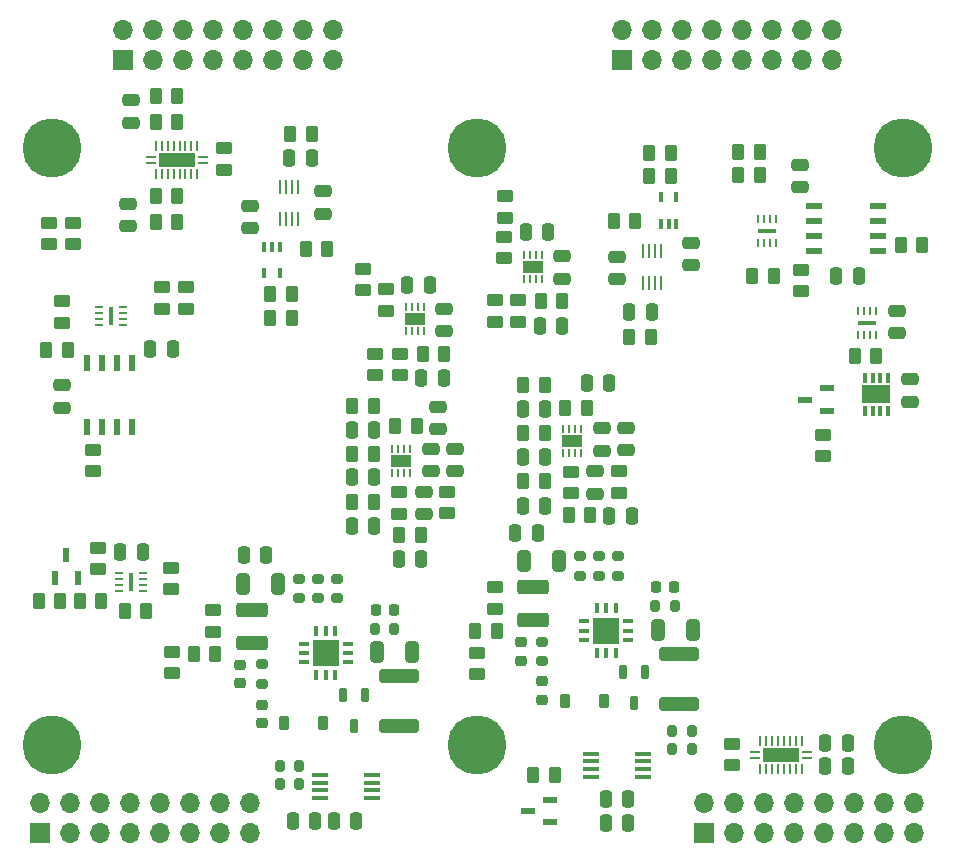
<source format=gbr>
%TF.GenerationSoftware,KiCad,Pcbnew,7.0.11*%
%TF.CreationDate,2024-12-11T15:28:39-03:00*%
%TF.ProjectId,Placa_DetectorParticulas,506c6163-615f-4446-9574-6563746f7250,rev?*%
%TF.SameCoordinates,Original*%
%TF.FileFunction,Soldermask,Bot*%
%TF.FilePolarity,Negative*%
%FSLAX46Y46*%
G04 Gerber Fmt 4.6, Leading zero omitted, Abs format (unit mm)*
G04 Created by KiCad (PCBNEW 7.0.11) date 2024-12-11 15:28:39*
%MOMM*%
%LPD*%
G01*
G04 APERTURE LIST*
G04 Aperture macros list*
%AMRoundRect*
0 Rectangle with rounded corners*
0 $1 Rounding radius*
0 $2 $3 $4 $5 $6 $7 $8 $9 X,Y pos of 4 corners*
0 Add a 4 corners polygon primitive as box body*
4,1,4,$2,$3,$4,$5,$6,$7,$8,$9,$2,$3,0*
0 Add four circle primitives for the rounded corners*
1,1,$1+$1,$2,$3*
1,1,$1+$1,$4,$5*
1,1,$1+$1,$6,$7*
1,1,$1+$1,$8,$9*
0 Add four rect primitives between the rounded corners*
20,1,$1+$1,$2,$3,$4,$5,0*
20,1,$1+$1,$4,$5,$6,$7,0*
20,1,$1+$1,$6,$7,$8,$9,0*
20,1,$1+$1,$8,$9,$2,$3,0*%
G04 Aperture macros list end*
%ADD10R,1.700000X1.700000*%
%ADD11O,1.700000X1.700000*%
%ADD12C,5.000000*%
%ADD13RoundRect,0.162500X-0.162500X0.447500X-0.162500X-0.447500X0.162500X-0.447500X0.162500X0.447500X0*%
%ADD14RoundRect,0.250000X-0.262500X-0.450000X0.262500X-0.450000X0.262500X0.450000X-0.262500X0.450000X0*%
%ADD15RoundRect,0.200000X-0.275000X0.200000X-0.275000X-0.200000X0.275000X-0.200000X0.275000X0.200000X0*%
%ADD16RoundRect,0.250000X0.450000X-0.262500X0.450000X0.262500X-0.450000X0.262500X-0.450000X-0.262500X0*%
%ADD17R,1.327899X0.431000*%
%ADD18RoundRect,0.250000X-0.325000X-0.650000X0.325000X-0.650000X0.325000X0.650000X-0.325000X0.650000X0*%
%ADD19RoundRect,0.250000X-0.475000X0.250000X-0.475000X-0.250000X0.475000X-0.250000X0.475000X0.250000X0*%
%ADD20RoundRect,0.250000X0.262500X0.450000X-0.262500X0.450000X-0.262500X-0.450000X0.262500X-0.450000X0*%
%ADD21RoundRect,0.250000X-0.450000X0.262500X-0.450000X-0.262500X0.450000X-0.262500X0.450000X0.262500X0*%
%ADD22RoundRect,0.250000X-0.250000X-0.475000X0.250000X-0.475000X0.250000X0.475000X-0.250000X0.475000X0*%
%ADD23RoundRect,0.225000X-0.225000X-0.375000X0.225000X-0.375000X0.225000X0.375000X-0.225000X0.375000X0*%
%ADD24RoundRect,0.225000X-0.225000X-0.250000X0.225000X-0.250000X0.225000X0.250000X-0.225000X0.250000X0*%
%ADD25RoundRect,0.250000X0.250000X0.475000X-0.250000X0.475000X-0.250000X-0.475000X0.250000X-0.475000X0*%
%ADD26R,1.311200X0.560800*%
%ADD27RoundRect,0.250000X1.075000X-0.375000X1.075000X0.375000X-1.075000X0.375000X-1.075000X-0.375000X0*%
%ADD28R,0.807999X0.254800*%
%ADD29R,0.254800X0.807999*%
%ADD30R,3.149600X1.143000*%
%ADD31R,0.960399X0.305600*%
%ADD32R,0.305600X0.960399*%
%ADD33R,2.260600X2.260600*%
%ADD34R,0.254000X0.711200*%
%ADD35R,1.701800X0.990600*%
%ADD36R,0.304800X0.863600*%
%ADD37R,2.413000X1.600200*%
%ADD38RoundRect,0.225000X-0.250000X0.225000X-0.250000X-0.225000X0.250000X-0.225000X0.250000X0.225000X0*%
%ADD39R,0.304800X0.845299*%
%ADD40RoundRect,0.200000X0.275000X-0.200000X0.275000X0.200000X-0.275000X0.200000X-0.275000X-0.200000X0*%
%ADD41R,0.736600X0.254000*%
%ADD42R,0.457200X1.600200*%
%ADD43RoundRect,0.200000X-0.200000X-0.275000X0.200000X-0.275000X0.200000X0.275000X-0.200000X0.275000X0*%
%ADD44R,0.254000X0.660400*%
%ADD45R,0.279400X1.207999*%
%ADD46R,0.254000X0.736600*%
%ADD47R,1.600200X0.457200*%
%ADD48RoundRect,0.250000X0.325000X0.650000X-0.325000X0.650000X-0.325000X-0.650000X0.325000X-0.650000X0*%
%ADD49R,1.299999X0.570000*%
%ADD50RoundRect,0.250000X0.475000X-0.250000X0.475000X0.250000X-0.475000X0.250000X-0.475000X-0.250000X0*%
%ADD51RoundRect,0.250000X-1.450000X0.312500X-1.450000X-0.312500X1.450000X-0.312500X1.450000X0.312500X0*%
%ADD52R,0.558000X1.454899*%
%ADD53R,1.454899X0.558000*%
%ADD54RoundRect,0.200000X0.200000X0.275000X-0.200000X0.275000X-0.200000X-0.275000X0.200000X-0.275000X0*%
%ADD55R,0.570000X1.299999*%
G04 APERTURE END LIST*
D10*
%TO.C,J4*%
X109220000Y-138000000D03*
D11*
X109220000Y-135460000D03*
X111760000Y-138000000D03*
X111760000Y-135460000D03*
X114300000Y-138000000D03*
X114300000Y-135460000D03*
X116840000Y-138000000D03*
X116840000Y-135460000D03*
X119380000Y-138000000D03*
X119380000Y-135460000D03*
X121920000Y-138000000D03*
X121920000Y-135460000D03*
X124460000Y-138000000D03*
X124460000Y-135460000D03*
X127000000Y-138000000D03*
X127000000Y-135460000D03*
%TD*%
D10*
%TO.C,J2*%
X60000000Y-72540000D03*
D11*
X60000000Y-70000000D03*
X62540000Y-72540000D03*
X62540000Y-70000000D03*
X65080000Y-72540000D03*
X65080000Y-70000000D03*
X67620000Y-72540000D03*
X67620000Y-70000000D03*
X70160000Y-72540000D03*
X70160000Y-70000000D03*
X72700000Y-72540000D03*
X72700000Y-70000000D03*
X75240000Y-72540000D03*
X75240000Y-70000000D03*
X77780000Y-72540000D03*
X77780000Y-70000000D03*
%TD*%
D12*
%TO.C,U17*%
X54000000Y-80000000D03*
X90000000Y-80000000D03*
X126000000Y-80000000D03*
X54000000Y-130500000D03*
X90000000Y-130500000D03*
X126000000Y-130500000D03*
%TD*%
D10*
%TO.C,J1*%
X53000000Y-138000000D03*
D11*
X53000000Y-135460000D03*
X55540000Y-138000000D03*
X55540000Y-135460000D03*
X58080000Y-138000000D03*
X58080000Y-135460000D03*
X60620000Y-138000000D03*
X60620000Y-135460000D03*
X63160000Y-138000000D03*
X63160000Y-135460000D03*
X65700000Y-138000000D03*
X65700000Y-135460000D03*
X68240000Y-138000000D03*
X68240000Y-135460000D03*
X70780000Y-138000000D03*
X70780000Y-135460000D03*
%TD*%
D10*
%TO.C,J3*%
X102220000Y-72540000D03*
D11*
X102220000Y-70000000D03*
X104760000Y-72540000D03*
X104760000Y-70000000D03*
X107300000Y-72540000D03*
X107300000Y-70000000D03*
X109840000Y-72540000D03*
X109840000Y-70000000D03*
X112380000Y-72540000D03*
X112380000Y-70000000D03*
X114920000Y-72540000D03*
X114920000Y-70000000D03*
X117460000Y-72540000D03*
X117460000Y-70000000D03*
X120000000Y-72540000D03*
X120000000Y-70000000D03*
%TD*%
D13*
%TO.C,Q2*%
X102325000Y-124355000D03*
X104225000Y-124355000D03*
X103275000Y-126975000D03*
%TD*%
D14*
%TO.C,R32*%
X121937498Y-97568000D03*
X123762498Y-97568000D03*
%TD*%
D15*
%TO.C,R43*%
X76525000Y-116425000D03*
X76525000Y-118075000D03*
%TD*%
D16*
%TO.C,R28*%
X93450000Y-94662500D03*
X93450000Y-92837500D03*
%TD*%
D17*
%TO.C,U26*%
X76650000Y-135000000D03*
X76650000Y-134350002D03*
X76650000Y-133700000D03*
X76650000Y-133050002D03*
X81076696Y-133050002D03*
X81076696Y-133700000D03*
X81076696Y-134350002D03*
X81076696Y-135000000D03*
%TD*%
D18*
%TO.C,C37*%
X93925000Y-114975000D03*
X96875000Y-114975000D03*
%TD*%
D19*
%TO.C,C19*%
X87150001Y-93571700D03*
X87150001Y-95471700D03*
%TD*%
D20*
%TO.C,R77*%
X96562500Y-133100000D03*
X94737500Y-133100000D03*
%TD*%
D21*
%TO.C,R57*%
X63314674Y-91759400D03*
X63314674Y-93584400D03*
%TD*%
D16*
%TO.C,R66*%
X92300000Y-85862500D03*
X92300000Y-84037500D03*
%TD*%
D22*
%TO.C,C55*%
X100850000Y-137100000D03*
X102750000Y-137100000D03*
%TD*%
D23*
%TO.C,D2*%
X97375000Y-126775000D03*
X100675000Y-126775000D03*
%TD*%
D16*
%TO.C,R61*%
X117375000Y-92112500D03*
X117375000Y-90287500D03*
%TD*%
D24*
%TO.C,C33*%
X105125000Y-117175000D03*
X106675000Y-117175000D03*
%TD*%
D25*
%TO.C,C7*%
X81250252Y-107868876D03*
X79350252Y-107868876D03*
%TD*%
D16*
%TO.C,R67*%
X80300000Y-92025000D03*
X80300000Y-90200000D03*
%TD*%
D19*
%TO.C,C52*%
X102600000Y-103650000D03*
X102600000Y-105550000D03*
%TD*%
D26*
%TO.C,U27*%
X96150000Y-135135002D03*
X96150000Y-137050000D03*
X94245000Y-136092501D03*
%TD*%
D14*
%TO.C,R16*%
X56325000Y-118350000D03*
X58150000Y-118350000D03*
%TD*%
%TO.C,R64*%
X79405252Y-101788876D03*
X81230252Y-101788876D03*
%TD*%
D19*
%TO.C,C22*%
X97171700Y-89121700D03*
X97171700Y-91021700D03*
%TD*%
D16*
%TO.C,R73*%
X55750000Y-88125000D03*
X55750000Y-86300000D03*
%TD*%
D22*
%TO.C,C39*%
X62314674Y-96959400D03*
X64214674Y-96959400D03*
%TD*%
D19*
%TO.C,C51*%
X88100252Y-105418876D03*
X88100252Y-107318876D03*
%TD*%
D21*
%TO.C,R52*%
X91450000Y-117150000D03*
X91450000Y-118975000D03*
%TD*%
D27*
%TO.C,L4*%
X94675000Y-119975000D03*
X94675000Y-117175000D03*
%TD*%
D14*
%TO.C,R23*%
X65987500Y-122800000D03*
X67812500Y-122800000D03*
%TD*%
D28*
%TO.C,U19*%
X117900000Y-131600000D03*
D29*
X117455299Y-132541400D03*
X116955300Y-132541400D03*
X116455301Y-132541400D03*
X115955300Y-132541400D03*
X115455300Y-132541400D03*
X114955299Y-132541400D03*
X114455300Y-132541400D03*
X113955301Y-132541400D03*
D28*
X113510600Y-131600000D03*
X113510600Y-131100000D03*
D29*
X113955301Y-130158600D03*
X114455300Y-130158600D03*
X114955299Y-130158600D03*
X115455300Y-130158600D03*
X115955300Y-130158600D03*
X116455301Y-130158600D03*
X116955300Y-130158600D03*
X117455299Y-130158600D03*
D28*
X117900000Y-131100000D03*
D30*
X115705300Y-131350000D03*
%TD*%
D19*
%TO.C,C46*%
X86700252Y-101868876D03*
X86700252Y-103768876D03*
%TD*%
D31*
%TO.C,U1*%
X75296000Y-123525000D03*
X75296000Y-122724999D03*
X75296000Y-121924998D03*
D32*
X76360499Y-120860499D03*
X77160500Y-120860499D03*
X77960501Y-120860499D03*
D31*
X79025000Y-121924998D03*
X79025000Y-122724999D03*
X79025000Y-123525000D03*
D32*
X77960501Y-124589499D03*
X77160500Y-124589499D03*
X76360499Y-124589499D03*
D33*
X77160500Y-122724999D03*
%TD*%
D19*
%TO.C,C27*%
X76950000Y-83646200D03*
X76950000Y-85546200D03*
%TD*%
%TO.C,C24*%
X126649998Y-99568000D03*
X126649998Y-101468000D03*
%TD*%
D34*
%TO.C,U2*%
X84250252Y-107475476D03*
X83750126Y-107475476D03*
X83250000Y-107475476D03*
X82749874Y-107475476D03*
X82749874Y-105468876D03*
X83250000Y-105468876D03*
X83750126Y-105468876D03*
X84250252Y-105468876D03*
D35*
X83500063Y-106472176D03*
%TD*%
D19*
%TO.C,C25*%
X125549998Y-93768000D03*
X125549998Y-95668000D03*
%TD*%
D14*
%TO.C,R40*%
X102850000Y-95978800D03*
X104675000Y-95978800D03*
%TD*%
D36*
%TO.C,U8*%
X124749998Y-102211200D03*
X124100000Y-102211200D03*
X123449998Y-102211200D03*
X122800000Y-102211200D03*
X122800000Y-99468000D03*
X123449998Y-99468000D03*
X124100000Y-99468000D03*
X124749998Y-99468000D03*
D37*
X123774999Y-100839600D03*
%TD*%
D38*
%TO.C,C36*%
X93675000Y-121825000D03*
X93675000Y-123375000D03*
%TD*%
D39*
%TO.C,U10*%
X71950000Y-88346200D03*
X72599999Y-88346200D03*
X73249998Y-88346200D03*
X73249998Y-90588502D03*
X71950000Y-90588502D03*
%TD*%
D20*
%TO.C,R31*%
X64600001Y-86208600D03*
X62775001Y-86208600D03*
%TD*%
D28*
%TO.C,U18*%
X62330300Y-80750000D03*
D29*
X62775001Y-79808600D03*
X63275000Y-79808600D03*
X63774999Y-79808600D03*
X64275000Y-79808600D03*
X64775000Y-79808600D03*
X65275001Y-79808600D03*
X65775000Y-79808600D03*
X66274999Y-79808600D03*
D28*
X66719700Y-80750000D03*
X66719700Y-81250000D03*
D29*
X66274999Y-82191400D03*
X65775000Y-82191400D03*
X65275001Y-82191400D03*
X64775000Y-82191400D03*
X64275000Y-82191400D03*
X63774999Y-82191400D03*
X63275000Y-82191400D03*
X62775001Y-82191400D03*
D28*
X62330300Y-81250000D03*
D30*
X64525000Y-81000000D03*
%TD*%
D16*
%TO.C,R29*%
X92271700Y-89321700D03*
X92271700Y-87496700D03*
%TD*%
D19*
%TO.C,C43*%
X60425000Y-84700000D03*
X60425000Y-86600000D03*
%TD*%
D40*
%TO.C,R3*%
X71725000Y-125325000D03*
X71725000Y-123675000D03*
%TD*%
D22*
%TO.C,C44*%
X119450000Y-132300000D03*
X121350000Y-132300000D03*
%TD*%
D41*
%TO.C,U23*%
X61682000Y-115950000D03*
X61682000Y-116450001D03*
X61682000Y-116950001D03*
X61682000Y-117450002D03*
X59650000Y-117450002D03*
X59650000Y-116950001D03*
X59650000Y-116450001D03*
X59650000Y-115950000D03*
D42*
X60666000Y-116700001D03*
%TD*%
D25*
%TO.C,C28*%
X75950000Y-80846200D03*
X74050000Y-80846200D03*
%TD*%
D43*
%TO.C,R74*%
X73250000Y-132300000D03*
X74900000Y-132300000D03*
%TD*%
D22*
%TO.C,C40*%
X120375000Y-90800000D03*
X122275000Y-90800000D03*
%TD*%
D31*
%TO.C,U20*%
X99046000Y-121625000D03*
X99046000Y-120824999D03*
X99046000Y-120024998D03*
D32*
X100110499Y-118960499D03*
X100910500Y-118960499D03*
X101710501Y-118960499D03*
D31*
X102775000Y-120024998D03*
X102775000Y-120824999D03*
X102775000Y-121625000D03*
D32*
X101710501Y-122689499D03*
X100910500Y-122689499D03*
X100110499Y-122689499D03*
D33*
X100910500Y-120824999D03*
%TD*%
D22*
%TO.C,C50*%
X59750000Y-114200000D03*
X61650000Y-114200000D03*
%TD*%
D20*
%TO.C,R27*%
X97196700Y-92921700D03*
X95371700Y-92921700D03*
%TD*%
D16*
%TO.C,R25*%
X83400000Y-99212500D03*
X83400000Y-97387500D03*
%TD*%
D22*
%TO.C,C53*%
X77850000Y-136950000D03*
X79750000Y-136950000D03*
%TD*%
D17*
%TO.C,U28*%
X99573304Y-133200000D03*
X99573304Y-132550002D03*
X99573304Y-131900000D03*
X99573304Y-131250002D03*
X104000000Y-131250002D03*
X104000000Y-131900000D03*
X104000000Y-132550002D03*
X104000000Y-133200000D03*
%TD*%
D16*
%TO.C,R26*%
X82250001Y-93771700D03*
X82250001Y-91946700D03*
%TD*%
D44*
%TO.C,U7*%
X95471700Y-91028300D03*
X94971699Y-91028300D03*
X94471699Y-91028300D03*
X93971698Y-91028300D03*
X93971698Y-89021700D03*
X94471699Y-89021700D03*
X94971699Y-89021700D03*
X95471700Y-89021700D03*
D35*
X94721699Y-90025000D03*
%TD*%
D21*
%TO.C,R18*%
X64050000Y-115525000D03*
X64050000Y-117350000D03*
%TD*%
D20*
%TO.C,R19*%
X61975000Y-119200000D03*
X60150000Y-119200000D03*
%TD*%
D43*
%TO.C,R1*%
X81300000Y-120675000D03*
X82950000Y-120675000D03*
%TD*%
D16*
%TO.C,R58*%
X65314674Y-93584400D03*
X65314674Y-91759400D03*
%TD*%
D19*
%TO.C,C38*%
X54814674Y-100059400D03*
X54814674Y-101959400D03*
%TD*%
D20*
%TO.C,R30*%
X64600001Y-84008600D03*
X62775001Y-84008600D03*
%TD*%
D22*
%TO.C,C49*%
X70200000Y-114400000D03*
X72100000Y-114400000D03*
%TD*%
D25*
%TO.C,C20*%
X85950001Y-91571700D03*
X84050001Y-91571700D03*
%TD*%
D14*
%TO.C,R53*%
X89787500Y-120850000D03*
X91612500Y-120850000D03*
%TD*%
D16*
%TO.C,R50*%
X68575001Y-81833600D03*
X68575001Y-80008600D03*
%TD*%
D40*
%TO.C,R46*%
X95475000Y-123425000D03*
X95475000Y-121775000D03*
%TD*%
D16*
%TO.C,R68*%
X111550000Y-132250000D03*
X111550000Y-130425000D03*
%TD*%
D22*
%TO.C,C21*%
X95271700Y-95021700D03*
X97171700Y-95021700D03*
%TD*%
D21*
%TO.C,R54*%
X57414674Y-105534400D03*
X57414674Y-107359400D03*
%TD*%
D41*
%TO.C,U3*%
X57934001Y-94966001D03*
X57934001Y-94466000D03*
X57934001Y-93966000D03*
X57934001Y-93465999D03*
X59966001Y-93465999D03*
X59966001Y-93966000D03*
X59966001Y-94466000D03*
X59966001Y-94966001D03*
D42*
X58950001Y-94216000D03*
%TD*%
D20*
%TO.C,R24*%
X87175001Y-97371700D03*
X85350001Y-97371700D03*
%TD*%
%TO.C,R2*%
X81212752Y-109918876D03*
X79387752Y-109918876D03*
%TD*%
D38*
%TO.C,C4*%
X69925000Y-123725000D03*
X69925000Y-125275000D03*
%TD*%
D14*
%TO.C,R7*%
X83387752Y-112768876D03*
X85212752Y-112768876D03*
%TD*%
D39*
%TO.C,U12*%
X106850000Y-86378800D03*
X106200001Y-86378800D03*
X105550002Y-86378800D03*
X105550002Y-84136498D03*
X106850000Y-84136498D03*
%TD*%
D40*
%TO.C,R48*%
X98675000Y-116175000D03*
X98675000Y-114525000D03*
%TD*%
D45*
%TO.C,U13*%
X103999999Y-88732600D03*
X104500000Y-88732600D03*
X105000000Y-88732600D03*
X105500001Y-88732600D03*
X105500001Y-91425000D03*
X105000000Y-91425000D03*
X104500000Y-91425000D03*
X103999999Y-91425000D03*
%TD*%
D14*
%TO.C,R59*%
X125850000Y-88200000D03*
X127675000Y-88200000D03*
%TD*%
D43*
%TO.C,R44*%
X105050000Y-118775000D03*
X106700000Y-118775000D03*
%TD*%
D22*
%TO.C,C56*%
X100850000Y-135100000D03*
X102750000Y-135100000D03*
%TD*%
D14*
%TO.C,R34*%
X72437500Y-92346200D03*
X74262500Y-92346200D03*
%TD*%
D22*
%TO.C,C12*%
X93825126Y-102093400D03*
X95725126Y-102093400D03*
%TD*%
%TO.C,C18*%
X85250001Y-99471700D03*
X87150001Y-99471700D03*
%TD*%
D21*
%TO.C,R22*%
X67650000Y-119100000D03*
X67650000Y-120925000D03*
%TD*%
D46*
%TO.C,U9*%
X123750000Y-95800000D03*
X123249999Y-95800000D03*
X122749999Y-95800000D03*
X122249998Y-95800000D03*
X122249998Y-93768000D03*
X122749999Y-93768000D03*
X123249999Y-93768000D03*
X123750000Y-93768000D03*
D47*
X122999999Y-94784000D03*
%TD*%
D48*
%TO.C,C34*%
X108225000Y-120775000D03*
X105275000Y-120775000D03*
%TD*%
D25*
%TO.C,C14*%
X103050000Y-111100000D03*
X101150000Y-111100000D03*
%TD*%
D20*
%TO.C,R63*%
X113900000Y-80300000D03*
X112075000Y-80300000D03*
%TD*%
D14*
%TO.C,R65*%
X93880126Y-100063400D03*
X95705126Y-100063400D03*
%TD*%
D23*
%TO.C,D1*%
X73625000Y-128675000D03*
X76925000Y-128675000D03*
%TD*%
D22*
%TO.C,C11*%
X83350252Y-114768876D03*
X85250252Y-114768876D03*
%TD*%
D16*
%TO.C,R72*%
X53700000Y-88125000D03*
X53700000Y-86300000D03*
%TD*%
D22*
%TO.C,C45*%
X119450000Y-130308601D03*
X121350000Y-130308601D03*
%TD*%
D25*
%TO.C,C54*%
X76250000Y-136950000D03*
X74350000Y-136950000D03*
%TD*%
D14*
%TO.C,R56*%
X53502174Y-97059400D03*
X55327174Y-97059400D03*
%TD*%
D38*
%TO.C,C3*%
X71725000Y-127125000D03*
X71725000Y-128675000D03*
%TD*%
D22*
%TO.C,C16*%
X93850000Y-110250000D03*
X95750000Y-110250000D03*
%TD*%
D14*
%TO.C,R13*%
X97437500Y-101950000D03*
X99262500Y-101950000D03*
%TD*%
D19*
%TO.C,C42*%
X60625000Y-75950000D03*
X60625000Y-77850000D03*
%TD*%
%TO.C,C9*%
X86050252Y-105418876D03*
X86050252Y-107318876D03*
%TD*%
D25*
%TO.C,C47*%
X101150000Y-99900000D03*
X99250000Y-99900000D03*
%TD*%
D21*
%TO.C,R14*%
X57850000Y-113825000D03*
X57850000Y-115650000D03*
%TD*%
D49*
%TO.C,U21*%
X119615998Y-100319002D03*
X119615998Y-102234000D03*
X117710998Y-101276501D03*
%TD*%
D48*
%TO.C,C2*%
X84475000Y-122675000D03*
X81525000Y-122675000D03*
%TD*%
D16*
%TO.C,R55*%
X54814674Y-94784400D03*
X54814674Y-92959400D03*
%TD*%
D15*
%TO.C,R49*%
X101900000Y-114525000D03*
X101900000Y-116175000D03*
%TD*%
D20*
%TO.C,R6*%
X81230252Y-105848876D03*
X79405252Y-105848876D03*
%TD*%
D21*
%TO.C,R10*%
X87450252Y-109068876D03*
X87450252Y-110893876D03*
%TD*%
D20*
%TO.C,R47*%
X64575001Y-77808600D03*
X62750001Y-77808600D03*
%TD*%
%TO.C,R15*%
X95705126Y-104123400D03*
X93880126Y-104123400D03*
%TD*%
D50*
%TO.C,C26*%
X70750000Y-86746200D03*
X70750000Y-84846200D03*
%TD*%
D20*
%TO.C,R38*%
X106362500Y-82378800D03*
X104537500Y-82378800D03*
%TD*%
D14*
%TO.C,R33*%
X72450000Y-94346200D03*
X74275000Y-94346200D03*
%TD*%
D44*
%TO.C,U6*%
X85450001Y-95478300D03*
X84950000Y-95478300D03*
X84450000Y-95478300D03*
X83949999Y-95478300D03*
X83949999Y-93471700D03*
X84450000Y-93471700D03*
X84950000Y-93471700D03*
X85450001Y-93471700D03*
D35*
X84700000Y-94475000D03*
%TD*%
D16*
%TO.C,R69*%
X89950000Y-124512500D03*
X89950000Y-122687500D03*
%TD*%
D40*
%TO.C,R5*%
X74925000Y-118075000D03*
X74925000Y-116425000D03*
%TD*%
D34*
%TO.C,U4*%
X98750000Y-105756600D03*
X98249874Y-105756600D03*
X97749748Y-105756600D03*
X97249622Y-105756600D03*
X97249622Y-103750000D03*
X97749748Y-103750000D03*
X98249874Y-103750000D03*
X98750000Y-103750000D03*
D35*
X97999811Y-104753300D03*
%TD*%
D21*
%TO.C,R12*%
X101950000Y-107350000D03*
X101950000Y-109175000D03*
%TD*%
D20*
%TO.C,R37*%
X106350000Y-80378800D03*
X104525000Y-80378800D03*
%TD*%
D19*
%TO.C,C29*%
X108050000Y-87978800D03*
X108050000Y-89878800D03*
%TD*%
D18*
%TO.C,C5*%
X70175000Y-116875000D03*
X73125000Y-116875000D03*
%TD*%
D50*
%TO.C,C8*%
X85450252Y-110968876D03*
X85450252Y-109068876D03*
%TD*%
D51*
%TO.C,L3*%
X107075000Y-122775000D03*
X107075000Y-127050000D03*
%TD*%
D43*
%TO.C,R75*%
X106475000Y-129350000D03*
X108125000Y-129350000D03*
%TD*%
D50*
%TO.C,C30*%
X101850000Y-91078800D03*
X101850000Y-89178800D03*
%TD*%
D20*
%TO.C,R36*%
X75950000Y-78746200D03*
X74125000Y-78746200D03*
%TD*%
D52*
%TO.C,U22*%
X60714674Y-103602096D03*
X59444674Y-103602096D03*
X58174674Y-103602096D03*
X56904674Y-103602096D03*
X56904674Y-98159400D03*
X58174674Y-98159400D03*
X59444674Y-98159400D03*
X60714674Y-98159400D03*
%TD*%
D25*
%TO.C,C23*%
X95971700Y-87121700D03*
X94071700Y-87121700D03*
%TD*%
D14*
%TO.C,R9*%
X97725000Y-111050000D03*
X99550000Y-111050000D03*
%TD*%
D16*
%TO.C,R71*%
X91500000Y-94662500D03*
X91500000Y-92837500D03*
%TD*%
D20*
%TO.C,R11*%
X95712500Y-108200000D03*
X93887500Y-108200000D03*
%TD*%
D15*
%TO.C,R51*%
X100275000Y-114525000D03*
X100275000Y-116175000D03*
%TD*%
D21*
%TO.C,R21*%
X97950000Y-107387500D03*
X97950000Y-109212500D03*
%TD*%
D50*
%TO.C,C41*%
X117275000Y-83300000D03*
X117275000Y-81400000D03*
%TD*%
D22*
%TO.C,C10*%
X79350252Y-111968876D03*
X81250252Y-111968876D03*
%TD*%
%TO.C,C6*%
X79350252Y-103818876D03*
X81250252Y-103818876D03*
%TD*%
D38*
%TO.C,C35*%
X95475000Y-125125000D03*
X95475000Y-126675000D03*
%TD*%
D22*
%TO.C,C31*%
X102850000Y-93878800D03*
X104750000Y-93878800D03*
%TD*%
D51*
%TO.C,L1*%
X83325000Y-124675000D03*
X83325000Y-128950000D03*
%TD*%
D25*
%TO.C,C13*%
X95725126Y-106143400D03*
X93825126Y-106143400D03*
%TD*%
D19*
%TO.C,C15*%
X100525126Y-103693400D03*
X100525126Y-105593400D03*
%TD*%
D14*
%TO.C,R62*%
X112075000Y-82300000D03*
X113900000Y-82300000D03*
%TD*%
D53*
%TO.C,U24*%
X123917696Y-84900000D03*
X123917696Y-86170000D03*
X123917696Y-87440000D03*
X123917696Y-88710000D03*
X118475000Y-88710000D03*
X118475000Y-87440000D03*
X118475000Y-86170000D03*
X118475000Y-84900000D03*
%TD*%
D24*
%TO.C,C1*%
X81375000Y-119075000D03*
X82925000Y-119075000D03*
%TD*%
D20*
%TO.C,R60*%
X115100000Y-90800000D03*
X113275000Y-90800000D03*
%TD*%
D54*
%TO.C,R78*%
X108125000Y-130850000D03*
X106475000Y-130850000D03*
%TD*%
D50*
%TO.C,C17*%
X99950000Y-109250000D03*
X99950000Y-107350000D03*
%TD*%
D20*
%TO.C,R17*%
X54675000Y-118350000D03*
X52850000Y-118350000D03*
%TD*%
D14*
%TO.C,R39*%
X101525000Y-86178800D03*
X103350000Y-86178800D03*
%TD*%
D13*
%TO.C,Q1*%
X78575000Y-126255000D03*
X80475000Y-126255000D03*
X79525000Y-128875000D03*
%TD*%
D20*
%TO.C,R42*%
X64575001Y-75608600D03*
X62750001Y-75608600D03*
%TD*%
D16*
%TO.C,R70*%
X81350000Y-99225000D03*
X81350000Y-97400000D03*
%TD*%
D21*
%TO.C,R20*%
X83350252Y-109093876D03*
X83350252Y-110918876D03*
%TD*%
D54*
%TO.C,R76*%
X74900000Y-133800000D03*
X73250000Y-133800000D03*
%TD*%
D15*
%TO.C,R41*%
X78100000Y-116425000D03*
X78100000Y-118075000D03*
%TD*%
D14*
%TO.C,R8*%
X83037752Y-103518876D03*
X84862752Y-103518876D03*
%TD*%
D46*
%TO.C,U5*%
X115275002Y-88022000D03*
X114775001Y-88022000D03*
X114275001Y-88022000D03*
X113775000Y-88022000D03*
X113775000Y-85990000D03*
X114275001Y-85990000D03*
X114775001Y-85990000D03*
X115275002Y-85990000D03*
D47*
X114525001Y-87006000D03*
%TD*%
D27*
%TO.C,L2*%
X70925000Y-121875000D03*
X70925000Y-119075000D03*
%TD*%
D21*
%TO.C,R4*%
X119215998Y-104234000D03*
X119215998Y-106059000D03*
%TD*%
D45*
%TO.C,U11*%
X74800001Y-85992400D03*
X74300000Y-85992400D03*
X73800000Y-85992400D03*
X73299999Y-85992400D03*
X73299999Y-83300000D03*
X73800000Y-83300000D03*
X74300000Y-83300000D03*
X74800001Y-83300000D03*
%TD*%
D22*
%TO.C,C48*%
X93200000Y-112550000D03*
X95100000Y-112550000D03*
%TD*%
D16*
%TO.C,R45*%
X64100000Y-124462500D03*
X64100000Y-122637500D03*
%TD*%
D55*
%TO.C,U25*%
X56150000Y-116350000D03*
X54235002Y-116350000D03*
X55192501Y-114445000D03*
%TD*%
D20*
%TO.C,R35*%
X77275000Y-88546200D03*
X75450000Y-88546200D03*
%TD*%
M02*

</source>
